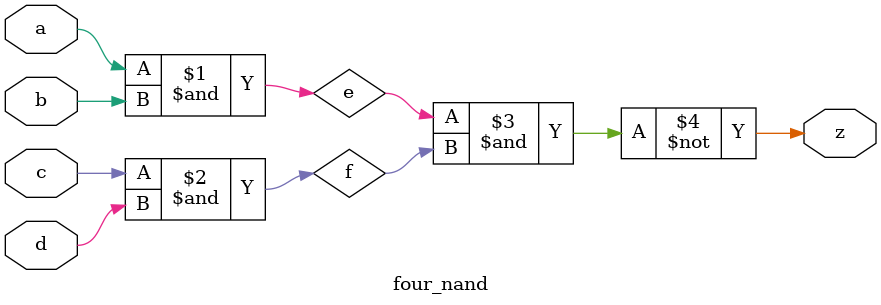
<source format=v>
module four_nand(a, b, c, d, z);
	input a, b, c, d;
	wire e, f;
	output z;
	and first_and(e, a, b);
	and second_and(f, c, d);
	nand answer(z, e, f);	
endmodule


</source>
